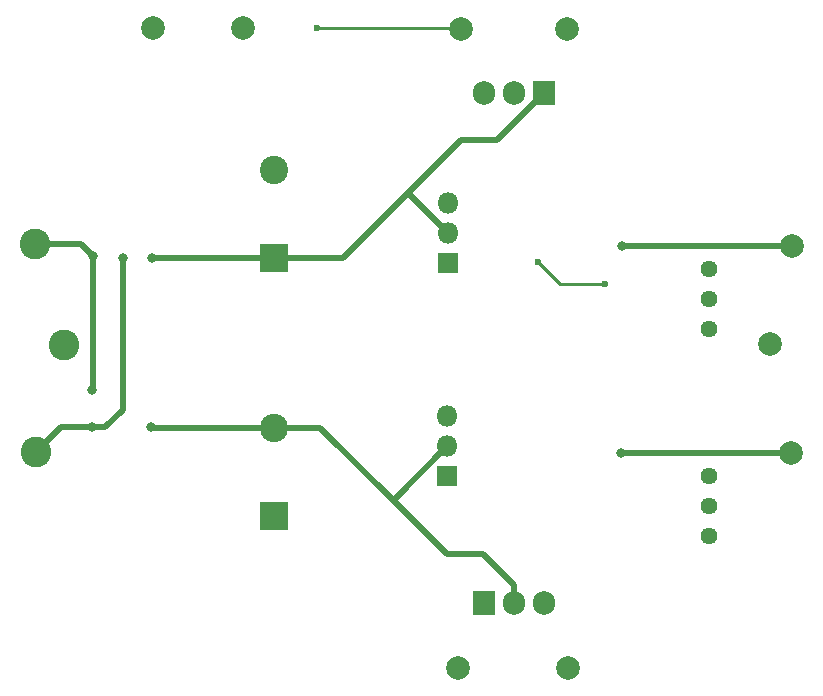
<source format=gbr>
G04 #@! TF.GenerationSoftware,KiCad,Pcbnew,(5.1.10-0-10_14)*
G04 #@! TF.CreationDate,2021-09-22T19:37:29+02:00*
G04 #@! TF.ProjectId,lv-lownoise-psu,6c762d6c-6f77-46e6-9f69-73652d707375,rev?*
G04 #@! TF.SameCoordinates,Original*
G04 #@! TF.FileFunction,Copper,L2,Bot*
G04 #@! TF.FilePolarity,Positive*
%FSLAX46Y46*%
G04 Gerber Fmt 4.6, Leading zero omitted, Abs format (unit mm)*
G04 Created by KiCad (PCBNEW (5.1.10-0-10_14)) date 2021-09-22 19:37:29*
%MOMM*%
%LPD*%
G01*
G04 APERTURE LIST*
G04 #@! TA.AperFunction,ComponentPad*
%ADD10O,1.800000X1.800000*%
G04 #@! TD*
G04 #@! TA.AperFunction,ComponentPad*
%ADD11R,1.800000X1.800000*%
G04 #@! TD*
G04 #@! TA.AperFunction,ComponentPad*
%ADD12C,2.000000*%
G04 #@! TD*
G04 #@! TA.AperFunction,ComponentPad*
%ADD13O,1.905000X2.000000*%
G04 #@! TD*
G04 #@! TA.AperFunction,ComponentPad*
%ADD14R,1.905000X2.000000*%
G04 #@! TD*
G04 #@! TA.AperFunction,ComponentPad*
%ADD15C,2.400000*%
G04 #@! TD*
G04 #@! TA.AperFunction,ComponentPad*
%ADD16R,2.400000X2.400000*%
G04 #@! TD*
G04 #@! TA.AperFunction,ComponentPad*
%ADD17C,1.440000*%
G04 #@! TD*
G04 #@! TA.AperFunction,ComponentPad*
%ADD18C,2.600000*%
G04 #@! TD*
G04 #@! TA.AperFunction,ViaPad*
%ADD19C,0.800000*%
G04 #@! TD*
G04 #@! TA.AperFunction,ViaPad*
%ADD20C,0.600000*%
G04 #@! TD*
G04 #@! TA.AperFunction,Conductor*
%ADD21C,0.500000*%
G04 #@! TD*
G04 #@! TA.AperFunction,Conductor*
%ADD22C,0.250000*%
G04 #@! TD*
G04 APERTURE END LIST*
D10*
X118872000Y-46101000D03*
X118872000Y-48641000D03*
D11*
X118872000Y-51181000D03*
D12*
X119761000Y-85471000D03*
X129032000Y-85471000D03*
X128968500Y-31369000D03*
X120015000Y-31369000D03*
X93916500Y-31305500D03*
X101536500Y-31305500D03*
X147955000Y-67310000D03*
X146113500Y-58039000D03*
X148018500Y-49784000D03*
D10*
X118808500Y-64198500D03*
X118808500Y-66738500D03*
D11*
X118808500Y-69278500D03*
D13*
X127000000Y-80010000D03*
X124460000Y-80010000D03*
D14*
X121920000Y-80010000D03*
D13*
X121920000Y-36830000D03*
X124460000Y-36830000D03*
D14*
X127000000Y-36830000D03*
D15*
X104140000Y-65151000D03*
D16*
X104140000Y-72651000D03*
D15*
X104140000Y-43300000D03*
D16*
X104140000Y-50800000D03*
D17*
X140970000Y-74295000D03*
X140970000Y-71755000D03*
X140970000Y-69215000D03*
X140970000Y-56832500D03*
X140970000Y-54292500D03*
X140970000Y-51752500D03*
D18*
X83921600Y-49631600D03*
X86360000Y-58166000D03*
X83972400Y-67259200D03*
D19*
X93827600Y-50800000D03*
X88849200Y-50647600D03*
X88726000Y-61997600D03*
X93726000Y-65125600D03*
D20*
X107759500Y-31305500D03*
D19*
X133604000Y-49784000D03*
X133540500Y-67310000D03*
X88747600Y-65125600D03*
X91338400Y-50800000D03*
D20*
X132207000Y-53022500D03*
X126496600Y-51112900D03*
D21*
X109982000Y-50800000D02*
X114300000Y-46482000D01*
X104140000Y-50800000D02*
X109982000Y-50800000D01*
X122999500Y-40830500D02*
X127000000Y-36830000D01*
X119951500Y-40830500D02*
X122999500Y-40830500D01*
X104140000Y-50800000D02*
X93827600Y-50800000D01*
X115538250Y-45307250D02*
X115474750Y-45307250D01*
X118872000Y-48641000D02*
X115538250Y-45307250D01*
X115474750Y-45307250D02*
X119951500Y-40830500D01*
X114300000Y-46482000D02*
X115474750Y-45307250D01*
X87833200Y-49631600D02*
X88849200Y-50647600D01*
X83921600Y-49631600D02*
X87833200Y-49631600D01*
X88849200Y-61874400D02*
X88726000Y-61997600D01*
X88849200Y-50647600D02*
X88849200Y-61874400D01*
X108077000Y-65151000D02*
X114300000Y-71374000D01*
X104140000Y-65151000D02*
X108077000Y-65151000D01*
X114300000Y-71374000D02*
X118808500Y-75882500D01*
X124460000Y-78510000D02*
X124460000Y-80010000D01*
X121832500Y-75882500D02*
X124460000Y-78510000D01*
X118808500Y-75882500D02*
X121832500Y-75882500D01*
X93751400Y-65151000D02*
X93726000Y-65125600D01*
X104140000Y-65151000D02*
X93751400Y-65151000D01*
D22*
X119951500Y-31305500D02*
X120015000Y-31369000D01*
X107759500Y-31305500D02*
X119951500Y-31305500D01*
D21*
X147993100Y-49809400D02*
X148018500Y-49784000D01*
X133604000Y-49784000D02*
X148018500Y-49784000D01*
X147929600Y-67284600D02*
X147955000Y-67310000D01*
X133540500Y-67310000D02*
X147955000Y-67310000D01*
X83972400Y-67259200D02*
X86106000Y-65125600D01*
X86106000Y-65125600D02*
X88747600Y-65125600D01*
X88747600Y-65125600D02*
X89865200Y-65125600D01*
X91338400Y-63652400D02*
X91338400Y-50800000D01*
X89865200Y-65125600D02*
X91338400Y-63652400D01*
D22*
X132207000Y-53022500D02*
X128406200Y-53022500D01*
X128406200Y-53022500D02*
X126496600Y-51112900D01*
D21*
X114300000Y-71247000D02*
X114300000Y-71374000D01*
X118808500Y-66738500D02*
X114300000Y-71247000D01*
M02*

</source>
